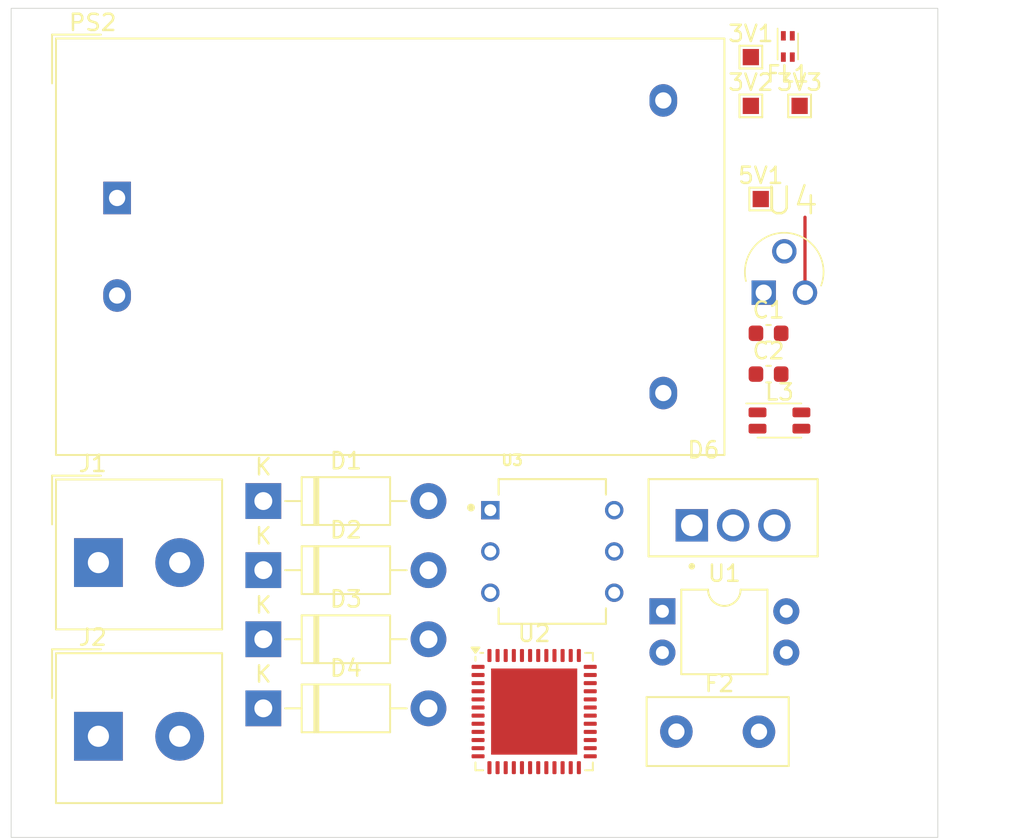
<source format=kicad_pcb>
(kicad_pcb (version 20240108) (generator "pcbnew") (generator_version "8.0")
  (layers (0 "F.Cu" signal) (31 "B.Cu" signal) (34 "B.Paste" user) (35 "F.Paste" user) (36 "B.SilkS" user "B.Silkscreen") (37 "F.SilkS" user "F.Silkscreen") (38 "B.Mask" user) (39 "F.Mask" user) (44 "Edge.Cuts" user))
  (net 0 "")
  (net 1 "+3V3")
  (net 2 "5V")
  (net 3 "GND")
  (net 4 "Net-(D1-K)")
  (net 5 "Net-(D1-A)")
  (net 6 "Net-(D2-A)")
  (net 7 "NEUL")
  (net 8 "Net-(J2-Pin_2)")
  (net 9 "VAC")
  (net 10 "Net-(C9-Pad1)")
  (net 11 "LINE")
  (net 12 "Net-(PS2-AC{slash}N)")
  (net 13 "NEUT")
  (net 14 "Net-(PS2-AC{slash}L)")
  (net 15 "Net-(J3-Pin_2)")
  (net 16 "Net-(R10-Pad2)")
  (net 17 "Net-(R3-Pad2)")
  (net 38 "IO13")
  (net 44 "Net-(U2-IO25)")
  (net 63 "Net-(R9-Pad1)")
  (net 64 "Net-(R12-Pad2)")
  (net 67 "Net-(U4-B)")
  (footprint "Inductor_SMD:L_CommonModeChoke_Coilcraft_0603USB" (layer "F.Cu") (at 157.275 55.345)
    (property "Reference" "FL1" (at 0 1.7 360) (layer "F.SilkS"))
    (property "Value" "Choke_Coilcraft_0603USB-142")
    (fp_line (start -0.63 -1.1) (end -0.63 0.8) (stroke (width 0.1)) (layer "F.SilkS"))
    (fp_line (start 0.63 0.8) (end 0.63 -0.8) (stroke (width 0.1)) (layer "F.SilkS"))
    (pad "1" smd roundrect (at -0.275 -0.655) (size 0.3 0.58) (layers "F.Cu" "F.Paste" "F.Mask") (roundrect_rratio 0.05) (net 9 "VAC"))
    (pad "2" smd roundrect (at -0.275 0.655) (size 0.3 0.58) (layers "F.Cu" "F.Paste" "F.Mask") (roundrect_rratio 0.05) (net 5 "Net-(D1-A)"))
    (pad "3" smd roundrect (at 0.275 0.655) (size 0.3 0.58) (layers "F.Cu" "F.Paste" "F.Mask") (roundrect_rratio 0.05) (net 6 "Net-(D2-A)"))
    (pad "4" smd roundrect (at 0.275 -0.655) (size 0.3 0.58) (layers "F.Cu" "F.Paste" "F.Mask") (roundrect_rratio 0.05) (net 7 "NEUL"))
  )
  (footprint "Library:MOC3021" (layer "F.Cu") (at 142.785 86.41)
    (property "Reference" "U3" (at -2.469425 -5.609645 0) (layer "F.SilkS") (effects (font (size 0.64037 0.64037))))
    (property "Value" "MOC3021")
    (fp_line (start -3.3 -4.45) (end 3.3 -4.45) (stroke (width 0.127)) (layer "F.SilkS"))
    (fp_line (start -3.3 -3.5) (end -3.3 -4.45) (stroke (width 0.127)) (layer "F.SilkS"))
    (fp_line (start -3.3 3.5) (end -3.3 4.45) (stroke (width 0.127)) (layer "F.SilkS"))
    (fp_line (start -3.3 4.45) (end 3.3 4.45) (stroke (width 0.127)) (layer "F.SilkS"))
    (fp_line (start 3.3 -4.45) (end 3.3 -3.5) (stroke (width 0.127)) (layer "F.SilkS"))
    (fp_line (start 3.3 4.45) (end 3.3 3.5) (stroke (width 0.127)) (layer "F.SilkS"))
    (fp_circle (center -5 -2.7) (end -4.88 -2.7) (stroke (width 0.24)) (fill none) (layer "F.SilkS"))
    (pad "1" thru_hole rect (at -3.81 -2.54) (size 1.13 1.13) (drill 0.73) (layers "*.Cu" "*.Mask") (net 64 "Net-(R12-Pad2)"))
    (pad "2" thru_hole circle (at -3.81 0) (size 1.13 1.13) (drill 0.73) (layers "*.Cu" "*.Mask") (net 3 "GND"))
    (pad "3" thru_hole circle (at -3.81 2.54) (size 1.13 1.13) (drill 0.73) (layers "*.Cu" "*.Mask"))
    (pad "4" thru_hole circle (at 3.81 2.54) (size 1.13 1.13) (drill 0.73) (layers "*.Cu" "*.Mask") (net 7 "NEUL"))
    (pad "5" thru_hole circle (at 3.81 0) (size 1.13 1.13) (drill 0.73) (layers "*.Cu" "*.Mask"))
    (pad "6" thru_hole circle (at 3.81 -2.54) (size 1.13 1.13) (drill 0.73) (layers "*.Cu" "*.Mask") (net 63 "Net-(R9-Pad1)"))
  )
  (footprint "Library:BC547B" (layer "F.Cu") (at 158.330879 67.947078)
    (property "Reference" "U4" (at -0.813475 -3.101425 0) (layer "F.SilkS") (effects (font (size 1.641394 1.641394))))
    (property "Value" "BC547B")
    (fp_arc (start -3.632201 1.828799) (mid -1.557641 -1.125681) (end 1.143 1.27) (stroke (width 0.1)) (layer "F.SilkS"))
    (fp_arc (start 1.143 1.27) (mid 1.103466 1.695767) (end 0.9906 2.1082) (stroke (width 0.1)) (layer "F.SilkS"))
    (pad "1" thru_hole rect (at -2.54 2.54) (size 1.4986 1.4986) (drill 0.9906) (layers "*.Cu" "*.Mask") (net 38 "IO13"))
    (pad "2" thru_hole circle (at -1.27 0) (size 1.4986 1.4986) (drill 0.9906) (layers "*.Cu" "*.Mask") (net 67 "Net-(U4-B)"))
    (pad "3" thru_hole circle (at 0 2.54) (size 1.4986 1.4986) (drill 0.9906) (layers "*.Cu" "*.Mask") (net 3 "GND"))
  )
  (footprint "Diode_THT:D_DO-41_SOD81_P10.16mm_Horizontal" (layer "F.Cu") (at 125.01 87.56)
    (property "Reference" "D2" (at 5.08 -2.47 0) (layer "F.SilkS"))
    (property "Value" "1N4007")
    (fp_line (start 1.34 0) (end 2.36 0) (stroke (width 0.12)) (layer "F.SilkS"))
    (fp_line (start 2.36 -1.47) (end 2.36 1.47) (stroke (width 0.12)) (layer "F.SilkS"))
    (fp_line (start 2.36 1.47) (end 7.8 1.47) (stroke (width 0.12)) (layer "F.SilkS"))
    (fp_line (start 3.14 -1.47) (end 3.14 1.47) (stroke (width 0.12)) (layer "F.SilkS"))
    (fp_line (start 3.26 -1.47) (end 3.26 1.47) (stroke (width 0.12)) (layer "F.SilkS"))
    (fp_line (start 3.38 -1.47) (end 3.38 1.47) (stroke (width 0.12)) (layer "F.SilkS"))
    (fp_line (start 7.8 -1.47) (end 2.36 -1.47) (stroke (width 0.12)) (layer "F.SilkS"))
    (fp_line (start 7.8 1.47) (end 7.8 -1.47) (stroke (width 0.12)) (layer "F.SilkS"))
    (fp_line (start 8.82 0) (end 7.8 0) (stroke (width 0.12)) (layer "F.SilkS"))
    (fp_text user "K" (at 0 -2.1 0) (layer "F.SilkS"))
    (pad "1" thru_hole rect (at 0 0) (size 2.2 2.2) (drill 1.1) (layers "*.Cu" "*.Mask") (net 4 "Net-(D1-K)"))
    (pad "2" thru_hole oval (at 10.16 0) (size 2.2 2.2) (drill 1.1) (layers "*.Cu" "*.Mask") (net 6 "Net-(D2-A)"))
  )
  (footprint "TestPoint:TestPoint_Pad_1.0x1.0mm" (layer "F.Cu") (at 155 56)
    (property "Reference" "3V1" (at 0 -1.448 0) (layer "F.SilkS"))
    (property "Value" "TP4")
    (fp_line (start -0.7 -0.7) (end 0.7 -0.7) (stroke (width 0.12)) (layer "F.SilkS"))
    (fp_line (start -0.7 0.7) (end -0.7 -0.7) (stroke (width 0.12)) (layer "F.SilkS"))
    (fp_line (start 0.7 -0.7) (end 0.7 0.7) (stroke (width 0.12)) (layer "F.SilkS"))
    (fp_line (start 0.7 0.7) (end -0.7 0.7) (stroke (width 0.12)) (layer "F.SilkS"))
    (pad "1" smd rect (at 0 0) (size 1 1) (layers "F.Cu" "F.Mask") (net 1 "+3V3"))
  )
  (footprint "Capacitor_SMD:C_0603_1608Metric" (layer "F.Cu") (at 156.09 75.5)
    (property "Reference" "C2" (at 0 -1.43 0) (layer "F.SilkS"))
    (property "Value" "1uF")
    (fp_line (start -0.14058 -0.51) (end 0.14058 -0.51) (stroke (width 0.12)) (layer "F.SilkS"))
    (fp_line (start -0.14058 0.51) (end 0.14058 0.51) (stroke (width 0.12)) (layer "F.SilkS"))
    (pad "1" smd roundrect (at -0.775 0) (size 0.9 0.95) (layers "F.Cu" "F.Paste" "F.Mask") (net 1 "+3V3"))
    (pad "2" smd roundrect (at 0.775 0) (size 0.9 0.95) (layers "F.Cu" "F.Paste" "F.Mask") (net 3 "GND"))
  )
  (footprint "TerminalBlock_Altech:Altech_AK100_1x02_P5.00mm" (layer "F.Cu") (at 114.865 87.095)
    (property "Reference" "J1" (at -0.35 -6.09 0) (layer "F.SilkS"))
    (property "Value" "Screw_Terminal_01x02")
    (fp_line (start -2.85 -5.35) (end 0.15 -5.35) (stroke (width 0.12)) (layer "F.SilkS"))
    (fp_line (start -2.85 -2.35) (end -2.85 -5.35) (stroke (width 0.12)) (layer "F.SilkS"))
    (fp_line (start -2.61 -5.11) (end -2.61 4.11) (stroke (width 0.12)) (layer "F.SilkS"))
    (fp_line (start -2.61 -5.11) (end 7.61 -5.11) (stroke (width 0.12)) (layer "F.SilkS"))
    (fp_line (start -2.61 4.11) (end 7.61 4.11) (stroke (width 0.12)) (layer "F.SilkS"))
    (fp_line (start 7.61 -5.11) (end 7.61 4.11) (stroke (width 0.12)) (layer "F.SilkS"))
    (pad "1" thru_hole rect (at 0 0) (size 3 3) (drill 1.3) (layers "*.Cu" "*.Mask") (net 9 "VAC"))
    (pad "2" thru_hole circle (at 5 0) (size 3 3) (drill 1.3) (layers "*.Cu" "*.Mask") (net 7 "NEUL"))
  )
  (footprint "Package_DIP:DIP-4_W7.62mm" (layer "F.Cu") (at 149.56 90.09)
    (property "Reference" "U1" (at 3.81 -2.33 0) (layer "F.SilkS"))
    (property "Value" "PC817")
    (fp_line (start 1.16 -1.33) (end 1.16 3.87) (stroke (width 0.12)) (layer "F.SilkS"))
    (fp_line (start 1.16 3.87) (end 6.46 3.87) (stroke (width 0.12)) (layer "F.SilkS"))
    (fp_line (start 2.81 -1.33) (end 1.16 -1.33) (stroke (width 0.12)) (layer "F.SilkS"))
    (fp_line (start 6.46 -1.33) (end 4.81 -1.33) (stroke (width 0.12)) (layer "F.SilkS"))
    (fp_line (start 6.46 3.87) (end 6.46 -1.33) (stroke (width 0.12)) (layer "F.SilkS"))
    (fp_arc (start 4.81 -1.33) (mid 3.81 -0.33) (end 2.81 -1.33) (stroke (width 0.12)) (layer "F.SilkS"))
    (pad "1" thru_hole rect (at 0 0) (size 1.6 1.6) (drill 0.8) (layers "*.Cu" "*.Mask") (net 16 "Net-(R10-Pad2)"))
    (pad "2" thru_hole oval (at 0 2.54) (size 1.6 1.6) (drill 0.8) (layers "*.Cu" "*.Mask") (net 3 "GND"))
    (pad "3" thru_hole oval (at 7.62 2.54) (size 1.6 1.6) (drill 0.8) (layers "*.Cu" "*.Mask") (net 17 "Net-(R3-Pad2)"))
    (pad "4" thru_hole oval (at 7.62 0) (size 1.6 1.6) (drill 0.8) (layers "*.Cu" "*.Mask") (net 1 "+3V3"))
  )
  (footprint "TestPoint:TestPoint_Pad_1.0x1.0mm" (layer "F.Cu") (at 155 59)
    (property "Reference" "3V2" (at 0 -1.448 0) (layer "F.SilkS"))
    (property "Value" "TP4")
    (fp_line (start -0.7 -0.7) (end 0.7 -0.7) (stroke (width 0.12)) (layer "F.SilkS"))
    (fp_line (start -0.7 0.7) (end -0.7 -0.7) (stroke (width 0.12)) (layer "F.SilkS"))
    (fp_line (start 0.7 -0.7) (end 0.7 0.7) (stroke (width 0.12)) (layer "F.SilkS"))
    (fp_line (start 0.7 0.7) (end -0.7 0.7) (stroke (width 0.12)) (layer "F.SilkS"))
    (pad "1" smd rect (at 0 0) (size 1 1) (layers "F.Cu" "F.Mask") (net 1 "+3V3"))
  )
  (footprint "Diode_THT:D_DO-41_SOD81_P10.16mm_Horizontal" (layer "F.Cu") (at 125.01 91.81)
    (property "Reference" "D3" (at 5.08 -2.47 0) (layer "F.SilkS"))
    (property "Value" "1N4007")
    (fp_line (start 1.34 0) (end 2.36 0) (stroke (width 0.12)) (layer "F.SilkS"))
    (fp_line (start 2.36 -1.47) (end 2.36 1.47) (stroke (width 0.12)) (layer "F.SilkS"))
    (fp_line (start 2.36 1.47) (end 7.8 1.47) (stroke (width 0.12)) (layer "F.SilkS"))
    (fp_line (start 3.14 -1.47) (end 3.14 1.47) (stroke (width 0.12)) (layer "F.SilkS"))
    (fp_line (start 3.26 -1.47) (end 3.26 1.47) (stroke (width 0.12)) (layer "F.SilkS"))
    (fp_line (start 3.38 -1.47) (end 3.38 1.47) (stroke (width 0.12)) (layer "F.SilkS"))
    (fp_line (start 7.8 -1.47) (end 2.36 -1.47) (stroke (width 0.12)) (layer "F.SilkS"))
    (fp_line (start 7.8 1.47) (end 7.8 -1.47) (stroke (width 0.12)) (layer "F.SilkS"))
    (fp_line (start 8.82 0) (end 7.8 0) (stroke (width 0.12)) (layer "F.SilkS"))
    (fp_text user "K" (at 0 -2.1 0) (layer "F.SilkS"))
    (pad "1" thru_hole rect (at 0 0) (size 2.2 2.2) (drill 1.1) (layers "*.Cu" "*.Mask") (net 5 "Net-(D1-A)"))
    (pad "2" thru_hole oval (at 10.16 0) (size 2.2 2.2) (drill 1.1) (layers "*.Cu" "*.Mask") (net 3 "GND"))
  )
  (footprint "Inductor_SMD:L_CommonMode_Wurth_WE-CNSW-1206" (layer "F.Cu") (at 156.76 78.355)
    (property "Reference" "L3" (at 0 -1.75 0) (layer "F.SilkS"))
    (property "Value" "Choke_Wurth_WE-CNSW_744232090")
    (fp_line (start -2.05 -1.05) (end 1.35 -1.05) (stroke (width 0.1)) (layer "F.SilkS"))
    (fp_line (start -1.35 1.05) (end 1.35 1.05) (stroke (width 0.1)) (layer "F.SilkS"))
    (pad "1" smd roundrect (at -1.35 -0.5) (size 1.1 0.6) (layers "F.Cu" "F.Paste" "F.Mask") (roundrect_rratio 0.2) (net 10 "Net-(C9-Pad1)"))
    (pad "2" smd roundrect (at 1.35 -0.5) (size 1.1 0.6) (layers "F.Cu" "F.Paste" "F.Mask") (roundrect_rratio 0.2) (net 14 "Net-(PS2-AC{slash}L)"))
    (pad "3" smd roundrect (at 1.35 0.5) (size 1.1 0.6) (layers "F.Cu" "F.Paste" "F.Mask") (roundrect_rratio 0.2) (net 12 "Net-(PS2-AC{slash}N)"))
    (pad "4" smd roundrect (at -1.35 0.5) (size 1.1 0.6) (layers "F.Cu" "F.Paste" "F.Mask") (roundrect_rratio 0.2) (net 13 "NEUT"))
  )
  (footprint "Capacitor_SMD:C_0603_1608Metric" (layer "F.Cu") (at 156.09 72.99)
    (property "Reference" "C1" (at 0 -1.43 0) (layer "F.SilkS"))
    (property "Value" "1uF")
    (fp_line (start -0.14058 -0.51) (end 0.14058 -0.51) (stroke (width 0.12)) (layer "F.SilkS"))
    (fp_line (start -0.14058 0.51) (end 0.14058 0.51) (stroke (width 0.12)) (layer "F.SilkS"))
    (pad "1" smd roundrect (at -0.775 0) (size 0.9 0.95) (layers "F.Cu" "F.Paste" "F.Mask") (net 2 "5V"))
    (pad "2" smd roundrect (at 0.775 0) (size 0.9 0.95) (layers "F.Cu" "F.Paste" "F.Mask") (net 3 "GND"))
  )
  (footprint "Diode_THT:D_DO-41_SOD81_P10.16mm_Horizontal" (layer "F.Cu") (at 125.01 96.06)
    (property "Reference" "D4" (at 5.08 -2.47 0) (layer "F.SilkS"))
    (property "Value" "1N4007")
    (fp_line (start 1.34 0) (end 2.36 0) (stroke (width 0.12)) (layer "F.SilkS"))
    (fp_line (start 2.36 -1.47) (end 2.36 1.47) (stroke (width 0.12)) (layer "F.SilkS"))
    (fp_line (start 2.36 1.47) (end 7.8 1.47) (stroke (width 0.12)) (layer "F.SilkS"))
    (fp_line (start 3.14 -1.47) (end 3.14 1.47) (stroke (width 0.12)) (layer "F.SilkS"))
    (fp_line (start 3.26 -1.47) (end 3.26 1.47) (stroke (width 0.12)) (layer "F.SilkS"))
    (fp_line (start 3.38 -1.47) (end 3.38 1.47) (stroke (width 0.12)) (layer "F.SilkS"))
    (fp_line (start 7.8 -1.47) (end 2.36 -1.47) (stroke (width 0.12)) (layer "F.SilkS"))
    (fp_line (start 7.8 1.47) (end 7.8 -1.47) (stroke (width 0.12)) (layer "F.SilkS"))
    (fp_line (start 8.82 0) (end 7.8 0) (stroke (width 0.12)) (layer "F.SilkS"))
    (fp_text user "K" (at 0 -2.1 0) (layer "F.SilkS"))
    (pad "1" thru_hole rect (at 0 0) (size 2.2 2.2) (drill 1.1) (layers "*.Cu" "*.Mask") (net 6 "Net-(D2-A)"))
    (pad "2" thru_hole oval (at 10.16 0) (size 2.2 2.2) (drill 1.1) (layers "*.Cu" "*.Mask") (net 3 "GND"))
  )
  (footprint "TestPoint:TestPoint_Pad_1.0x1.0mm" (layer "F.Cu") (at 155.61 64.73)
    (property "Reference" "5V1" (at 0 -1.448 0) (layer "F.SilkS"))
    (property "Value" "TP3")
    (fp_line (start -0.7 -0.7) (end 0.7 -0.7) (stroke (width 0.12)) (layer "F.SilkS"))
    (fp_line (start -0.7 0.7) (end -0.7 -0.7) (stroke (width 0.12)) (layer "F.SilkS"))
    (fp_line (start 0.7 -0.7) (end 0.7 0.7) (stroke (width 0.12)) (layer "F.SilkS"))
    (fp_line (start 0.7 0.7) (end -0.7 0.7) (stroke (width 0.12)) (layer "F.SilkS"))
    (pad "1" smd rect (at 0 0) (size 1 1) (layers "F.Cu" "F.Mask") (net 2 "5V"))
  )
  (footprint "TerminalBlock_Altech:Altech_AK100_1x02_P5.00mm" (layer "F.Cu") (at 114.865 97.78)
    (property "Reference" "J2" (at -0.35 -6.09 0) (layer "F.SilkS"))
    (property "Value" "Screw_Terminal_01x02")
    (fp_line (start -2.85 -5.35) (end 0.15 -5.35) (stroke (width 0.12)) (layer "F.SilkS"))
    (fp_line (start -2.85 -2.35) (end -2.85 -5.35) (stroke (width 0.12)) (layer "F.SilkS"))
    (fp_line (start -2.61 -5.11) (end -2.61 4.11) (stroke (width 0.12)) (layer "F.SilkS"))
    (fp_line (start -2.61 -5.11) (end 7.61 -5.11) (stroke (width 0.12)) (layer "F.SilkS"))
    (fp_line (start -2.61 4.11) (end 7.61 4.11) (stroke (width 0.12)) (layer "F.SilkS"))
    (fp_line (start 7.61 -5.11) (end 7.61 4.11) (stroke (width 0.12)) (layer "F.SilkS"))
    (pad "1" thru_hole rect (at 0 0) (size 3 3) (drill 1.3) (layers "*.Cu" "*.Mask") (net 7 "NEUL"))
    (pad "2" thru_hole circle (at 5 0) (size 3 3) (drill 1.3) (layers "*.Cu" "*.Mask") (net 8 "Net-(J2-Pin_2)"))
  )
  (footprint "Converter_ACDC:Converter_ACDC_Hi-Link_HLK-5Mxx" (layer "F.Cu") (at 116.015 64.665)
    (property "Reference" "PS2" (at -1.5 -10.79 0) (layer "F.SilkS"))
    (property "Value" "HLK-5M05")
    (fp_line (start -4 -10.05) (end -1 -10.05) (stroke (width 0.12)) (layer "F.SilkS"))
    (fp_line (start -4 -7.05) (end -4 -10.05) (stroke (width 0.12)) (layer "F.SilkS"))
    (fp_line (start -3.76 -9.81) (end -3.76 15.81) (stroke (width 0.12)) (layer "F.SilkS"))
    (fp_line (start -3.76 -9.81) (end 37.36 -9.81) (stroke (width 0.12)) (layer "F.SilkS"))
    (fp_line (start -3.76 15.81) (end 37.36 15.81) (stroke (width 0.12)) (layer "F.SilkS"))
    (fp_line (start 37.36 -9.81) (end 37.36 15.81) (stroke (width 0.12)) (layer "F.SilkS"))
    (pad "1" thru_hole rect (at 0 0) (size 1.7 2) (drill 1) (layers "*.Cu" "*.Mask") (net 14 "Net-(PS2-AC{slash}L)"))
    (pad "2" thru_hole oval (at 0 6) (size 1.7 2) (drill 1) (layers "*.Cu" "*.Mask") (net 12 "Net-(PS2-AC{slash}N)"))
    (pad "3" thru_hole oval (at 33.6 -6) (size 1.7 2) (drill 1) (layers "*.Cu" "*.Mask") (net 3 "GND"))
    (pad "4" thru_hole oval (at 33.6 12) (size 1.7 2) (drill 1) (layers "*.Cu" "*.Mask") (net 15 "Net-(J3-Pin_2)"))
  )
  (footprint "TestPoint:TestPoint_Pad_1.0x1.0mm" (layer "F.Cu") (at 158 59)
    (property "Reference" "3V3" (at 0 -1.448 0) (layer "F.SilkS"))
    (property "Value" "TP4")
    (fp_line (start -0.7 -0.7) (end 0.7 -0.7) (stroke (width 0.12)) (layer "F.SilkS"))
    (fp_line (start -0.7 0.7) (end -0.7 -0.7) (stroke (width 0.12)) (layer "F.SilkS"))
    (fp_line (start 0.7 -0.7) (end 0.7 0.7) (stroke (width 0.12)) (layer "F.SilkS"))
    (fp_line (start 0.7 0.7) (end -0.7 0.7) (stroke (width 0.12)) (layer "F.SilkS"))
    (pad "1" smd rect (at 0 0) (size 1 1) (layers "F.Cu" "F.Mask") (net 1 "+3V3"))
  )
  (footprint "Diode_THT:D_DO-41_SOD81_P10.16mm_Horizontal" (layer "F.Cu") (at 125.01 83.31)
    (property "Reference" "D1" (at 5.08 -2.47 0) (layer "F.SilkS"))
    (property "Value" "1N4007")
    (fp_line (start 1.34 0) (end 2.36 0) (stroke (width 0.12)) (layer "F.SilkS"))
    (fp_line (start 2.36 -1.47) (end 2.36 1.47) (stroke (width 0.12)) (layer "F.SilkS"))
    (fp_line (start 2.36 1.47) (end 7.8 1.47) (stroke (width 0.12)) (layer "F.SilkS"))
    (fp_line (start 3.14 -1.47) (end 3.14 1.47) (stroke (width 0.12)) (layer "F.SilkS"))
    (fp_line (start 3.26 -1.47) (end 3.26 1.47) (stroke (width 0.12)) (layer "F.SilkS"))
    (fp_line (start 3.38 -1.47) (end 3.38 1.47) (stroke (width 0.12)) (layer "F.SilkS"))
    (fp_line (start 7.8 -1.47) (end 2.36 -1.47) (stroke (width 0.12)) (layer "F.SilkS"))
    (fp_line (start 7.8 1.47) (end 7.8 -1.47) (stroke (width 0.12)) (layer "F.SilkS"))
    (fp_line (start 8.82 0) (end 7.8 0) (stroke (width 0.12)) (layer "F.SilkS"))
    (fp_text user "K" (at 0 -2.1 0) (layer "F.SilkS"))
    (pad "1" thru_hole rect (at 0 0) (size 2.2 2.2) (drill 1.1) (layers "*.Cu" "*.Mask") (net 4 "Net-(D1-K)"))
    (pad "2" thru_hole oval (at 10.16 0) (size 2.2 2.2) (drill 1.1) (layers "*.Cu" "*.Mask") (net 5 "Net-(D1-A)"))
  )
  (footprint "Library:BT136 -TRIAC" (layer "F.Cu") (at 153.91 84.803)
    (property "Reference" "D6" (at -1.825 -4.635 360) (layer "F.SilkS"))
    (property "Value" "BT136-600E_127")
    (fp_line (start -5.2 -2.843) (end 5.2 -2.843) (stroke (width 0.127)) (layer "F.SilkS"))
    (fp_line (start -5.2 1.907) (end -5.2 -2.843) (stroke (width 0.127)) (layer "F.SilkS"))
    (fp_line (start 5.2 -2.843) (end 5.2 1.907) (stroke (width 0.127)) (layer "F.SilkS"))
    (fp_line (start 5.2 1.907) (end -5.2 1.907) (stroke (width 0.127)) (layer "F.SilkS"))
    (fp_circle (center -2.54 2.517) (end -2.44 2.517) (stroke (width 0.2)) (fill none) (layer "F.SilkS"))
    (pad "1" thru_hole rect (at -2.54 0) (size 1.995 1.995) (drill 1.33) (layers "*.Cu" "*.Mask") (net 8 "Net-(J2-Pin_2)"))
    (pad "2" thru_hole circle (at 0 0) (size 1.995 1.995) (drill 1.33) (layers "*.Cu" "*.Mask") (net 9 "VAC"))
    (pad "3" thru_hole circle (at 2.54 0) (size 1.995 1.995) (drill 1.33) (layers "*.Cu" "*.Mask") (net 7 "NEUL"))
  )
  (footprint "Package_DFN_QFN:QFN-48-1EP_7x7mm_P0.5mm_EP5.3x5.3mm" (layer "F.Cu") (at 141.67 96.26)
    (property "Reference" "U2" (at 0 -4.8 0) (layer "F.SilkS"))
    (property "Value" "ESP32-PICO-D4")
    (fp_line (start -3.61 -3.135) (end -3.61 -3.37) (stroke (width 0.12)) (layer "F.SilkS"))
    (fp_line (start -3.61 3.61) (end -3.61 3.135) (stroke (width 0.12)) (layer "F.SilkS"))
    (fp_line (start -3.135 -3.61) (end -3.31 -3.61) (stroke (width 0.12)) (layer "F.SilkS"))
    (fp_line (start -3.135 3.61) (end -3.61 3.61) (stroke (width 0.12)) (layer "F.SilkS"))
    (fp_line (start 3.135 -3.61) (end 3.61 -3.61) (stroke (width 0.12)) (layer "F.SilkS"))
    (fp_line (start 3.135 3.61) (end 3.61 3.61) (stroke (width 0.12)) (layer "F.SilkS"))
    (fp_line (start 3.61 -3.61) (end 3.61 -3.135) (stroke (width 0.12)) (layer "F.SilkS"))
    (fp_line (start 3.61 3.61) (end 3.61 3.135) (stroke (width 0.12)) (layer "F.SilkS"))
    (fp_poly (pts (xy -3.61 -3.61) (xy -3.85 -3.94) (xy -3.37 -3.94) (xy -3.61 -3.61)) (stroke (width 0.12)) (fill solid) (layer "F.SilkS"))
    (pad "1" smd roundrect (at -3.45 -2.75) (size 0.8 0.25) (layers "F.Cu" "F.Paste" "F.Mask") (net 1 "+3V3"))
    (pad "2" smd roundrect (at -3.45 -2.25) (size 0.8 0.25) (layers "F.Cu" "F.Paste" "F.Mask"))
    (pad "3" smd roundrect (at -3.45 -1.75) (size 0.8 0.25) (layers "F.Cu" "F.Paste" "F.Mask"))
    (pad "4" smd roundrect (at -3.45 -1.25) (size 0.8 0.25) (layers "F.Cu" "F.Paste" "F.Mask"))
    (pad "5" smd roundrect (at -3.45 -0.75) (size 0.8 0.25) (layers "F.Cu" "F.Paste" "F.Mask"))
    (pad "6" smd roundrect (at -3.45 -0.25) (size 0.8 0.25) (layers "F.Cu" "F.Paste" "F.Mask"))
    (pad "7" smd roundrect (at -3.45 0.25) (size 0.8 0.25) (layers "F.Cu" "F.Paste" "F.Mask"))
    (pad "8" smd roundrect (at -3.45 0.75) (size 0.8 0.25) (layers "F.Cu" "F.Paste" "F.Mask"))
    (pad "9" smd roundrect (at -3.45 1.25) (size 0.8 0.25) (layers "F.Cu" "F.Paste" "F.Mask"))
    (pad "10" smd roundrect (at -3.45 1.75) (size 0.8 0.25) (layers "F.Cu" "F.Paste" "F.Mask"))
    (pad "11" smd roundrect (at -3.45 2.25) (size 0.8 0.25) (layers "F.Cu" "F.Paste" "F.Mask"))
    (pad "12" smd roundrect (at -3.45 2.75) (size 0.8 0.25) (layers "F.Cu" "F.Paste" "F.Mask"))
    (pad "13" smd roundrect (at -2.75 3.45) (size 0.25 0.8) (layers "F.Cu" "F.Paste" "F.Mask"))
    (pad "14" smd roundrect (at -2.25 3.45) (size 0.25 0.8) (layers "F.Cu" "F.Paste" "F.Mask") (net 44 "Net-(U2-IO25)"))
    (pad "15" smd roundrect (at -1.75 3.45) (size 0.25 0.8) (layers "F.Cu" "F.Paste" "F.Mask"))
    (pad "16" smd roundrect (at -1.25 3.45) (size 0.25 0.8) (layers "F.Cu" "F.Paste" "F.Mask"))
    (pad "17" smd roundrect (at -0.75 3.45) (size 0.25 0.8) (layers "F.Cu" "F.Paste" "F.Mask"))
    (pad "18" smd roundrect (at -0.25 3.45) (size 0.25 0.8) (layers "F.Cu" "F.Paste" "F.Mask"))
    (pad "19" smd roundrect (at 0.25 3.45) (size 0.25 0.8) (layers "F.Cu" "F.Paste" "F.Mask"))
    (pad "20" smd roundrect (at 0.75 3.45) (size 0.25 0.8) (layers "F.Cu" "F.Paste" "F.Mask") (net 38 "IO13"))
    (pad "21" smd roundrect (at 1.25 3.45) (size 0.25 0.8) (layers "F.Cu" "F.Paste" "F.Mask"))
    (pad "22" smd roundrect (at 1.75 3.45) (size 0.25 0.8) (layers "F.Cu" "F.Paste" "F.Mask"))
    (pad "23" smd roundrect (at 2.25 3.45) (size 0.25 0.8) (layers "F.Cu" "F.Paste" "F.Mask"))
    (pad "24" smd roundrect (at 2.75 3.45) (size 0.25 0.8) (layers "F.Cu" "F.Paste" "F.Mask"))
    (pad "25" smd roundrect (at 3.45 2.75) (size 0.8 0.25) (layers "F.Cu" "F.Paste" "F.Mask"))
    (pad "26" smd roundrect (at 3.45 2.25) (size 0.8 0.25) (layers "F.Cu" "F.Paste" "F.Mask"))
    (pad "27" smd roundrect (at 3.45 1.75) (size 0.8 0.25) (layers "F.Cu" "F.Paste" "F.Mask"))
    (pad "28" smd roundrect (at 3.45 1.25) (size 0.8 0.25) (layers "F.Cu" "F.Paste" "F.Mask"))
    (pad "29" smd roundrect (at 3.45 0.75) (size 0.8 0.25) (layers "F.Cu" "F.Paste" "F.Mask"))
    (pad "30" smd roundrect (at 3.45 0.25) (size 0.8 0.25) (layers "F.Cu" "F.Paste" "F.Mask"))
    (pad "31" smd roundrect (at 3.45 -0.25) (size 0.8 0.25) (layers "F.Cu" "F.Paste" "F.Mask"))
    (pad "32" smd roundrect (at 3.45 -0.75) (size 0.8 0.25) (layers "F.Cu" "F.Paste" "F.Mask"))
    (pad "33" smd roundrect (at 3.45 -1.25) (size 0.8 0.25) (layers "F.Cu" "F.Paste" "F.Mask"))
    (pad "34" smd roundrect (at 3.45 -1.75) (size 0.8 0.25) (layers "F.Cu" "F.Paste" "F.Mask"))
    (pad "35" smd roundrect (at 3.45 -2.25) (size 0.8 0.25) (layers "F.Cu" "F.Paste" "F.Mask"))
    (pad "36" smd roundrect (at 3.45 -2.75) (size 0.8 0.25) (layers "F.Cu" "F.Paste" "F.Mask"))
    (pad "37" smd roundrect (at 2.75 -3.45) (size 0.25 0.8) (layers "F.Cu" "F.Paste" "F.Mask"))
    (pad "38" smd roundrect (at 2.25 -3.45) (size 0.25 0.8) (layers "F.Cu" "F.Paste" "F.Mask"))
    (pad "39" smd roundrect (at 1.75 -3.45) (size 0.25 0.8) (layers "F.Cu" "F.Paste" "F.Mask"))
    (pad "40" smd roundrect (at 1.25 -3.45) (size 0.25 0.8) (layers "F.Cu" "F.Paste" "F.Mask"))
    (pad "41" smd roundrect (at 0.75 -3.45) (size 0.25 0.8) (layers "F.Cu" "F.Paste" "F.Mask"))
    (pad "42" smd roundrect (at 0.25 -3.45) (size 0.25 0.8) (layers "F.Cu" "F.Paste" "F.Mask"))
    (pad "43" smd roundrect (at -0.25 -3.45) (size 0.25 0.8) (layers "F.Cu" "F.Paste" "F.Mask") (net 1 "+3V3"))
    (pad "44" smd roundrect (at -0.75 -3.45) (size 0.25 0.8) (layers "F.Cu" "F.Paste" "F.Mask"))
    (pad "45" smd roundrect (at -1.25 -3.45) (size 0.25 0.8) (layers "F.Cu" "F.Paste" "F.Mask"))
    (pad "46" smd roundrect (at -1.75 -3.45) (size 0.25 0.8) (layers "F.Cu" "F.Paste" "F.Mask") (net 1 "+3V3"))
    (pad "47" smd roundrect (at -2.25 -3.45) (size 0.25 0.8) (layers "F.Cu" "F.Paste" "F.Mask"))
    (pad "48" smd roundrect (at -2.75 -3.45) (size 0.25 0.8) (layers "F.Cu" "F.Paste" "F.Mask"))
    (pad "49" smd rect (at 0 0) (size 5.3 5.3) (property pad_prop_heatsink) (layers "F.Cu" "F.Mask") (net 3 "GND"))
  )
  (footprint "Fuse:Fuse_Littelfuse_395Series" (layer "F.Cu") (at 150.42 97.49)
    (property "Reference" "F2" (at 2.65 -2.95 0) (layer "F.SilkS"))
    (property "Value" "250Vac, 1A")
    (fp_line (start -1.83 -2.12) (end -1.83 2.12) (stroke (width 0.12)) (layer "F.SilkS"))
    (fp_line (start -1.83 -2.12) (end 6.91 -2.12) (stroke (width 0.12)) (layer "F.SilkS"))
    (fp_line (start 6.91 2.12) (end -1.83 2.12) (stroke (width 0.12)) (layer "F.SilkS"))
    (fp_line (start 6.91 2.12) (end 6.91 -2.12) (stroke (width 0.12)) (layer "F.SilkS"))
    (pad "1" thru_hole circle (at 0 0) (size 2 2) (drill 1) (layers "*.Cu" "*.Mask") (net 11 "LINE"))
    (pad "2" thru_hole circle (at 5.08 0.01) (size 2 2) (drill 1) (layers "*.Cu" "*.Mask") (net 10 "Net-(C9-Pad1)"))
  )
  (gr_rect (start 109.5 53) (end 166.5 104) (stroke (width 0.05)) (fill none) (layer "Edge.Cuts"))
  (segment (start 158.330879 65.850879) (end 158.330879 70.487078) (width 0.2) (layer "F.Cu") (net 3))
)
</source>
